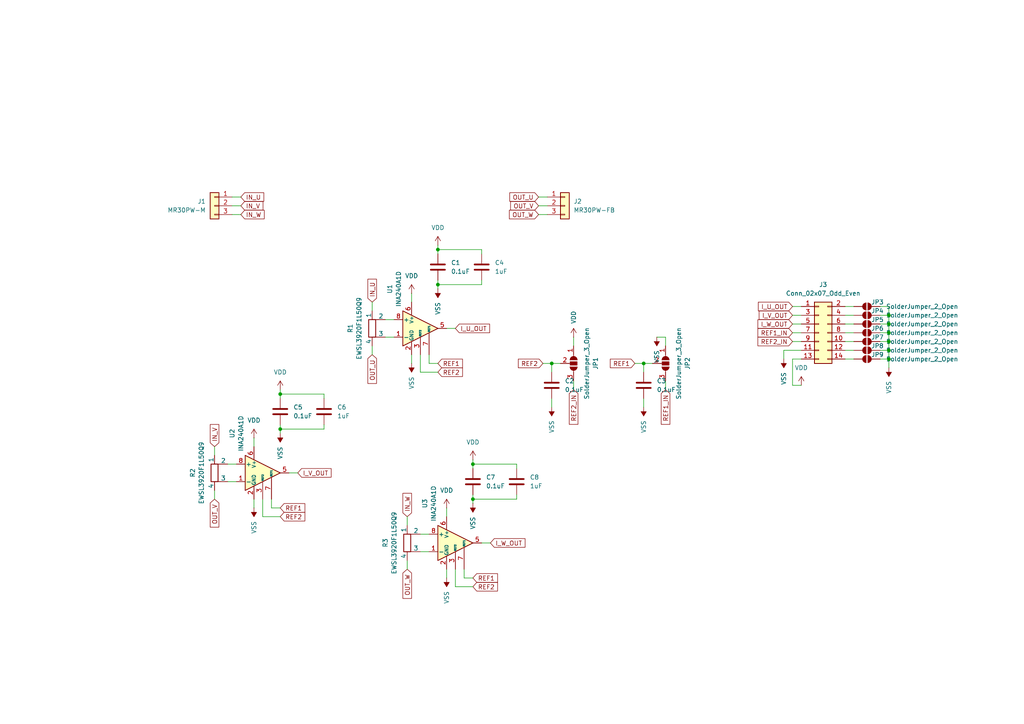
<source format=kicad_sch>
(kicad_sch (version 20231120) (generator "eeschema") (generator_version "8.0")
  (paper "A4")
  (lib_symbols
    (symbol "Amplifier_Current:INA240A1D" (pin_names (offset 0.127))
      (property "Reference" "U" (at 3.81 3.81 0))
      (property "Value" "INA240A1D" (at 3.81 -2.54 0))
      (symbol "INA240A1D_0_1"
        (polyline (pts (xy 5.08 0) (xy -5.08 5.08) (xy -5.08 -5.08) (xy 5.08 0)) (stroke (width 0.254)) (fill (type background)))
      )
      (symbol "INA240A1D_1_1"
        (pin input line (at -7.62 -2.54 0) (length 2.54) (name "-") (number "1"))
        (pin power_in line (at -2.54 -7.62 90) (length 3.81) (name "GND") (number "2"))
        (pin passive line (at 0 -7.62 90) (length 5.08) (name "REF2") (number "3"))
        (pin passive line (at -2.54 -7.62 90) (length 3.81) hide (name "GND") (number "4"))
        (pin output line (at 7.62 0 180) (length 2.54) (name "~") (number "5"))
        (pin power_in line (at -2.54 7.62 270) (length 3.81) (name "V+") (number "6"))
        (pin passive line (at 2.54 -7.62 90) (length 6.35) (name "REF1") (number "7"))
        (pin input line (at -7.62 2.54 0) (length 2.54) (name "+") (number "8"))
      )
    )
    (symbol "Connector_Generic:Conn_01x03" (pin_names (offset 1.016) hide)
      (property "Reference" "J" (at 0 5.08 0))
      (property "Value" "Conn_01x03" (at 0 -5.08 0))
      (symbol "Conn_01x03_1_1"
        (rectangle (start -1.27 -2.413) (end 0 -2.667) (stroke (width 0.1524)))
        (rectangle (start -1.27 0.127) (end 0 -0.127) (stroke (width 0.1524)))
        (rectangle (start -1.27 2.667) (end 0 2.413) (stroke (width 0.1524)))
        (rectangle (start -1.27 3.81) (end 1.27 -3.81) (stroke (width 0.254)) (fill (type background)))
        (pin passive line (at -5.08 2.54 0) (length 3.81) (name "Pin_1") (number "1"))
        (pin passive line (at -5.08 0 0) (length 3.81) (name "Pin_2") (number "2"))
        (pin passive line (at -5.08 -2.54 0) (length 3.81) (name "Pin_3") (number "3"))
      )
    )
    (symbol "Connector_Generic:Conn_02x07_Odd_Even" (pin_names (offset 1.016) hide)
      (property "Reference" "J" (at 1.27 10.16 0))
      (property "Value" "Conn_02x07_Odd_Even" (at 1.27 -10.16 0))
      (symbol "Conn_02x07_Odd_Even_1_1"
        (rectangle (start -1.27 -7.493) (end 0 -7.747) (stroke (width 0.1524)))
        (rectangle (start -1.27 -4.953) (end 0 -5.207) (stroke (width 0.1524)))
        (rectangle (start -1.27 -2.413) (end 0 -2.667) (stroke (width 0.1524)))
        (rectangle (start -1.27 0.127) (end 0 -0.127) (stroke (width 0.1524)))
        (rectangle (start -1.27 2.667) (end 0 2.413) (stroke (width 0.1524)))
        (rectangle (start -1.27 5.207) (end 0 4.953) (stroke (width 0.1524)))
        (rectangle (start -1.27 7.747) (end 0 7.493) (stroke (width 0.1524)))
        (rectangle (start -1.27 8.89) (end 3.81 -8.89) (stroke (width 0.254)) (fill (type background)))
        (rectangle (start 3.81 -7.493) (end 2.54 -7.747) (stroke (width 0.1524)))
        (rectangle (start 3.81 -4.953) (end 2.54 -5.207) (stroke (width 0.1524)))
        (rectangle (start 3.81 -2.413) (end 2.54 -2.667) (stroke (width 0.1524)))
        (rectangle (start 3.81 0.127) (end 2.54 -0.127) (stroke (width 0.1524)))
        (rectangle (start 3.81 2.667) (end 2.54 2.413) (stroke (width 0.1524)))
        (rectangle (start 3.81 5.207) (end 2.54 4.953) (stroke (width 0.1524)))
        (rectangle (start 3.81 7.747) (end 2.54 7.493) (stroke (width 0.1524)))
        (pin passive line (at -5.08 7.62 0) (length 3.81) (name "Pin_1") (number "1"))
        (pin passive line (at 7.62 -2.54 180) (length 3.81) (name "Pin_10") (number "10"))
        (pin passive line (at -5.08 -5.08 0) (length 3.81) (name "Pin_11") (number "11"))
        (pin passive line (at 7.62 -5.08 180) (length 3.81) (name "Pin_12") (number "12"))
        (pin passive line (at -5.08 -7.62 0) (length 3.81) (name "Pin_13") (number "13"))
        (pin passive line (at 7.62 -7.62 180) (length 3.81) (name "Pin_14") (number "14"))
        (pin passive line (at 7.62 7.62 180) (length 3.81) (name "Pin_2") (number "2"))
        (pin passive line (at -5.08 5.08 0) (length 3.81) (name "Pin_3") (number "3"))
        (pin passive line (at 7.62 5.08 180) (length 3.81) (name "Pin_4") (number "4"))
        (pin passive line (at -5.08 2.54 0) (length 3.81) (name "Pin_5") (number "5"))
        (pin passive line (at 7.62 2.54 180) (length 3.81) (name "Pin_6") (number "6"))
        (pin passive line (at -5.08 0 0) (length 3.81) (name "Pin_7") (number "7"))
        (pin passive line (at 7.62 0 180) (length 3.81) (name "Pin_8") (number "8"))
        (pin passive line (at -5.08 -2.54 0) (length 3.81) (name "Pin_9") (number "9"))
      )
    )
    (symbol "Device:C" (pin_numbers hide) (pin_names (offset 0.254))
      (property "Reference" "C" (at 0.635 2.54 0))
      (property "Value" "C" (at 0.635 -2.54 0))
      (symbol "C_0_1"
        (polyline (pts (xy -2.032 -0.762) (xy 2.032 -0.762)) (stroke (width 0.508)))
        (polyline (pts (xy -2.032 0.762) (xy 2.032 0.762)) (stroke (width 0.508)))
      )
      (symbol "C_1_1"
        (pin passive line (at 0 3.81 270) (length 2.794) (name "~") (number "1"))
        (pin passive line (at 0 -3.81 90) (length 2.794) (name "~") (number "2"))
      )
    )
    (symbol "Device:R_Shunt" (pin_numbers hide) (pin_names (offset 0))
      (property "Reference" "R" (at -4.445 0 90))
      (property "Value" "R_Shunt" (at -2.54 0 90))
      (symbol "R_Shunt_0_1"
        (rectangle (start -1.016 -2.54) (end 1.016 2.54) (stroke (width 0.254)))
        (polyline (pts (xy 0 -2.54) (xy 1.27 -2.54)))
        (polyline (pts (xy 1.27 2.54) (xy 0 2.54)))
      )
      (symbol "R_Shunt_1_1"
        (pin passive line (at 0 5.08 270) (length 2.54) (name "1") (number "1"))
        (pin passive line (at 3.81 2.54 180) (length 2.54) (name "2") (number "2"))
        (pin passive line (at 3.81 -2.54 180) (length 2.54) (name "3") (number "3"))
        (pin passive line (at 0 -5.08 90) (length 2.54) (name "4") (number "4"))
      )
    )
    (symbol "Jumper:SolderJumper_2_Open" (pin_numbers hide) (pin_names (offset 0) hide) (exclude_from_sim yes) (in_bom no)
      (property "Reference" "JP" (at 0 2.032 0))
      (property "Value" "SolderJumper_2_Open" (at 0 -2.54 0))
      (symbol "SolderJumper_2_Open_0_1"
        (arc (start -0.254 1.016) (mid -1.2656 0) (end -0.254 -1.016))
        (arc (start -0.254 1.016) (mid -1.2656 0) (end -0.254 -1.016) (fill (type outline)))
        (polyline (pts (xy -0.254 1.016) (xy -0.254 -1.016)))
        (polyline (pts (xy 0.254 1.016) (xy 0.254 -1.016)))
        (arc (start 0.254 -1.016) (mid 1.2656 0) (end 0.254 1.016))
        (arc (start 0.254 -1.016) (mid 1.2656 0) (end 0.254 1.016) (fill (type outline)))
      )
      (symbol "SolderJumper_2_Open_1_1"
        (pin passive line (at -3.81 0 0) (length 2.54) (name "A") (number "1"))
        (pin passive line (at 3.81 0 180) (length 2.54) (name "B") (number "2"))
      )
    )
    (symbol "Jumper:SolderJumper_3_Open" (pin_names (offset 0) hide) (exclude_from_sim yes) (in_bom no)
      (property "Reference" "JP" (at -2.54 -2.54 0))
      (property "Value" "SolderJumper_3_Open" (at 0 2.794 0))
      (symbol "SolderJumper_3_Open_0_1"
        (arc (start -1.016 1.016) (mid -2.0276 0) (end -1.016 -1.016))
        (arc (start -1.016 1.016) (mid -2.0276 0) (end -1.016 -1.016) (fill (type outline)))
        (rectangle (start -0.508 1.016) (end 0.508 -1.016) (fill (type outline)))
        (polyline (pts (xy -2.54 0) (xy -2.032 0)))
        (polyline (pts (xy -1.016 1.016) (xy -1.016 -1.016)))
        (polyline (pts (xy 0 -1.27) (xy 0 -1.016)))
        (polyline (pts (xy 1.016 1.016) (xy 1.016 -1.016)))
        (polyline (pts (xy 2.54 0) (xy 2.032 0)))
        (arc (start 1.016 -1.016) (mid 2.0276 0) (end 1.016 1.016))
        (arc (start 1.016 -1.016) (mid 2.0276 0) (end 1.016 1.016) (fill (type outline)))
      )
      (symbol "SolderJumper_3_Open_1_1"
        (pin passive line (at -5.08 0 0) (length 2.54) (name "A") (number "1"))
        (pin passive line (at 0 -3.81 90) (length 2.54) (name "C") (number "2"))
        (pin passive line (at 5.08 0 180) (length 2.54) (name "B") (number "3"))
      )
    )
    (symbol "power:VDD" (power) (pin_numbers hide) (pin_names (offset 0) hide)
      (property "Value" "VDD" (at 0 3.556 0))
      (symbol "VDD_0_1"
        (polyline (pts (xy -0.762 1.27) (xy 0 2.54)))
        (polyline (pts (xy 0 0) (xy 0 2.54)))
        (polyline (pts (xy 0 2.54) (xy 0.762 1.27)))
      )
      (symbol "VDD_1_1"
        (pin power_in line (at 0 0 90) (length 0) (name "~") (number "1"))
      )
    )
    (symbol "power:VSS" (power) (pin_numbers hide) (pin_names (offset 0) hide)
      (property "Value" "VSS" (at 0 3.556 0))
      (symbol "VSS_0_1"
        (polyline (pts (xy 0 0) (xy 0 2.54)))
        (polyline (pts (xy 0.762 1.27) (xy -0.762 1.27) (xy 0 2.54) (xy 0.762 1.27)) (fill (type outline)))
      )
      (symbol "VSS_1_1"
        (pin power_in line (at 0 0 90) (length 0) (name "~") (number "1"))
      )
    )
  )
  (junction (at 137.16 144.78))
  (junction (at 257.81 104.14))
  (junction (at 257.81 99.06))
  (junction (at 81.28 114.3))
  (junction (at 186.69 105.41))
  (junction (at 160.02 105.41))
  (junction (at 81.28 124.46))
  (junction (at 257.81 93.98))
  (junction (at 257.81 96.52))
  (junction (at 127 82.55))
  (junction (at 257.81 91.44))
  (junction (at 257.81 101.6))
  (junction (at 137.16 134.62))
  (junction (at 127 72.39))
  (wire (pts (xy 81.28 147.32) (xy 78.74 147.32)))
  (wire (pts (xy 255.27 91.44) (xy 257.81 91.44)))
  (wire (pts (xy 227.33 104.14) (xy 227.33 101.6)))
  (wire (pts (xy 81.28 123.19) (xy 81.28 124.46)))
  (wire (pts (xy 193.04 97.79) (xy 193.04 100.33)))
  (wire (pts (xy 166.37 110.49) (xy 166.37 113.03)))
  (wire (pts (xy 149.86 135.89) (xy 149.86 134.62)))
  (wire (pts (xy 245.11 101.6) (xy 247.65 101.6)))
  (wire (pts (xy 127 71.12) (xy 127 72.39)))
  (wire (pts (xy 229.87 91.44) (xy 232.41 91.44)))
  (wire (pts (xy 245.11 99.06) (xy 247.65 99.06)))
  (wire (pts (xy 229.87 104.14) (xy 229.87 111.76)))
  (wire (pts (xy 184.15 105.41) (xy 186.69 105.41)))
  (wire (pts (xy 232.41 104.14) (xy 229.87 104.14)))
  (wire (pts (xy 257.81 88.9) (xy 255.27 88.9)))
  (wire (pts (xy 137.16 133.35) (xy 137.16 134.62)))
  (wire (pts (xy 66.04 139.7) (xy 68.58 139.7)))
  (wire (pts (xy 127 82.55) (xy 127 83.82)))
  (wire (pts (xy 156.21 59.69) (xy 158.75 59.69)))
  (wire (pts (xy 149.86 144.78) (xy 137.16 144.78)))
  (wire (pts (xy 111.76 97.79) (xy 114.3 97.79)))
  (wire (pts (xy 76.2 149.86) (xy 81.28 149.86)))
  (wire (pts (xy 67.31 62.23) (xy 69.85 62.23)))
  (wire (pts (xy 139.7 157.48) (xy 142.24 157.48)))
  (wire (pts (xy 186.69 105.41) (xy 189.23 105.41)))
  (wire (pts (xy 245.11 91.44) (xy 247.65 91.44)))
  (wire (pts (xy 245.11 93.98) (xy 247.65 93.98)))
  (wire (pts (xy 119.38 102.87) (xy 119.38 105.41)))
  (wire (pts (xy 149.86 143.51) (xy 149.86 144.78)))
  (wire (pts (xy 119.38 85.09) (xy 119.38 87.63)))
  (wire (pts (xy 245.11 104.14) (xy 247.65 104.14)))
  (wire (pts (xy 149.86 134.62) (xy 137.16 134.62)))
  (wire (pts (xy 121.92 154.94) (xy 124.46 154.94)))
  (wire (pts (xy 76.2 144.78) (xy 76.2 149.86)))
  (wire (pts (xy 229.87 111.76) (xy 232.41 111.76)))
  (wire (pts (xy 81.28 113.03) (xy 81.28 114.3)))
  (wire (pts (xy 160.02 115.57) (xy 160.02 118.11)))
  (wire (pts (xy 156.21 57.15) (xy 158.75 57.15)))
  (wire (pts (xy 132.08 170.18) (xy 137.16 170.18)))
  (wire (pts (xy 93.98 124.46) (xy 81.28 124.46)))
  (wire (pts (xy 81.28 114.3) (xy 81.28 115.57)))
  (wire (pts (xy 157.48 105.41) (xy 160.02 105.41)))
  (wire (pts (xy 66.04 134.62) (xy 68.58 134.62)))
  (wire (pts (xy 137.16 134.62) (xy 137.16 135.89)))
  (wire (pts (xy 229.87 96.52) (xy 232.41 96.52)))
  (wire (pts (xy 255.27 99.06) (xy 257.81 99.06)))
  (wire (pts (xy 129.54 147.32) (xy 129.54 149.86)))
  (wire (pts (xy 121.92 107.95) (xy 127 107.95)))
  (wire (pts (xy 73.66 127) (xy 73.66 129.54)))
  (wire (pts (xy 62.23 142.24) (xy 62.23 144.78)))
  (wire (pts (xy 81.28 124.46) (xy 81.28 125.73)))
  (wire (pts (xy 121.92 160.02) (xy 124.46 160.02)))
  (wire (pts (xy 245.11 96.52) (xy 247.65 96.52)))
  (wire (pts (xy 67.31 57.15) (xy 69.85 57.15)))
  (wire (pts (xy 160.02 105.41) (xy 162.56 105.41)))
  (wire (pts (xy 257.81 96.52) (xy 257.81 93.98)))
  (wire (pts (xy 83.82 137.16) (xy 86.36 137.16)))
  (wire (pts (xy 245.11 88.9) (xy 247.65 88.9)))
  (wire (pts (xy 193.04 110.49) (xy 193.04 113.03)))
  (wire (pts (xy 257.81 93.98) (xy 257.81 91.44)))
  (wire (pts (xy 93.98 115.57) (xy 93.98 114.3)))
  (wire (pts (xy 257.81 99.06) (xy 257.81 96.52)))
  (wire (pts (xy 129.54 165.1) (xy 129.54 167.64)))
  (wire (pts (xy 255.27 104.14) (xy 257.81 104.14)))
  (wire (pts (xy 139.7 82.55) (xy 127 82.55)))
  (wire (pts (xy 137.16 144.78) (xy 137.16 146.05)))
  (wire (pts (xy 129.54 95.25) (xy 132.08 95.25)))
  (wire (pts (xy 118.11 162.56) (xy 118.11 165.1)))
  (wire (pts (xy 190.5 97.79) (xy 193.04 97.79)))
  (wire (pts (xy 257.81 104.14) (xy 257.81 101.6)))
  (wire (pts (xy 257.81 101.6) (xy 257.81 99.06)))
  (wire (pts (xy 124.46 105.41) (xy 124.46 102.87)))
  (wire (pts (xy 137.16 143.51) (xy 137.16 144.78)))
  (wire (pts (xy 118.11 149.86) (xy 118.11 152.4)))
  (wire (pts (xy 107.95 87.63) (xy 107.95 90.17)))
  (wire (pts (xy 257.81 91.44) (xy 257.81 88.9)))
  (wire (pts (xy 134.62 167.64) (xy 134.62 165.1)))
  (wire (pts (xy 137.16 167.64) (xy 134.62 167.64)))
  (wire (pts (xy 132.08 165.1) (xy 132.08 170.18)))
  (wire (pts (xy 166.37 97.79) (xy 166.37 100.33)))
  (wire (pts (xy 255.27 96.52) (xy 257.81 96.52)))
  (wire (pts (xy 229.87 99.06) (xy 232.41 99.06)))
  (wire (pts (xy 121.92 102.87) (xy 121.92 107.95)))
  (wire (pts (xy 227.33 101.6) (xy 232.41 101.6)))
  (wire (pts (xy 139.7 72.39) (xy 127 72.39)))
  (wire (pts (xy 139.7 73.66) (xy 139.7 72.39)))
  (wire (pts (xy 93.98 123.19) (xy 93.98 124.46)))
  (wire (pts (xy 255.27 101.6) (xy 257.81 101.6)))
  (wire (pts (xy 73.66 144.78) (xy 73.66 147.32)))
  (wire (pts (xy 93.98 114.3) (xy 81.28 114.3)))
  (wire (pts (xy 255.27 93.98) (xy 257.81 93.98)))
  (wire (pts (xy 229.87 93.98) (xy 232.41 93.98)))
  (wire (pts (xy 229.87 88.9) (xy 232.41 88.9)))
  (wire (pts (xy 156.21 62.23) (xy 158.75 62.23)))
  (wire (pts (xy 78.74 147.32) (xy 78.74 144.78)))
  (wire (pts (xy 127 72.39) (xy 127 73.66)))
  (wire (pts (xy 111.76 92.71) (xy 114.3 92.71)))
  (wire (pts (xy 127 105.41) (xy 124.46 105.41)))
  (wire (pts (xy 160.02 105.41) (xy 160.02 107.95)))
  (wire (pts (xy 186.69 105.41) (xy 186.69 107.95)))
  (wire (pts (xy 139.7 81.28) (xy 139.7 82.55)))
  (wire (pts (xy 127 81.28) (xy 127 82.55)))
  (wire (pts (xy 186.69 115.57) (xy 186.69 118.11)))
  (wire (pts (xy 257.81 106.68) (xy 257.81 104.14)))
  (wire (pts (xy 107.95 100.33) (xy 107.95 102.87)))
  (wire (pts (xy 62.23 129.54) (xy 62.23 132.08)))
  (wire (pts (xy 67.31 59.69) (xy 69.85 59.69)))
  (global_label "OUT_W" (shape input) (at 118.11 165.1 270) (property "Intersheetrefs" "${INTERSHEET_REFS}" (effects (hide yes))))
  (global_label "OUT_W" (shape input) (at 156.21 62.23 180) (property "Intersheetrefs" "${INTERSHEET_REFS}" (effects (hide yes))))
  (global_label "REF1_IN" (shape input) (at 193.04 113.03 270) (property "Intersheetrefs" "${INTERSHEET_REFS}" (effects (hide yes))))
  (global_label "OUT_U" (shape input) (at 156.21 57.15 180) (property "Intersheetrefs" "${INTERSHEET_REFS}" (effects (hide yes))))
  (global_label "IN_U" (shape input) (at 69.85 57.15 0) (property "Intersheetrefs" "${INTERSHEET_REFS}" (effects (hide yes))))
  (global_label "REF1" (shape input) (at 137.16 167.64 0) (property "Intersheetrefs" "${INTERSHEET_REFS}" (effects (hide yes))))
  (global_label "I_W_OUT" (shape input) (at 142.24 157.48 0) (property "Intersheetrefs" "${INTERSHEET_REFS}" (effects (hide yes))))
  (global_label "REF2" (shape input) (at 157.48 105.41 180) (property "Intersheetrefs" "${INTERSHEET_REFS}" (effects (hide yes))))
  (global_label "IN_V" (shape input) (at 62.23 129.54 90) (property "Intersheetrefs" "${INTERSHEET_REFS}" (effects (hide yes))))
  (global_label "REF1" (shape input) (at 127 105.41 0) (property "Intersheetrefs" "${INTERSHEET_REFS}" (effects (hide yes))))
  (global_label "I_U_OUT" (shape input) (at 132.08 95.25 0) (property "Intersheetrefs" "${INTERSHEET_REFS}" (effects (hide yes))))
  (global_label "REF2_IN" (shape input) (at 229.87 99.06 180) (property "Intersheetrefs" "${INTERSHEET_REFS}" (effects (hide yes))))
  (global_label "REF1_IN" (shape input) (at 229.87 96.52 180) (property "Intersheetrefs" "${INTERSHEET_REFS}" (effects (hide yes))))
  (global_label "REF1" (shape input) (at 81.28 147.32 0) (property "Intersheetrefs" "${INTERSHEET_REFS}" (effects (hide yes))))
  (global_label "OUT_V" (shape input) (at 62.23 144.78 270) (property "Intersheetrefs" "${INTERSHEET_REFS}" (effects (hide yes))))
  (global_label "IN_W" (shape input) (at 118.11 149.86 90) (property "Intersheetrefs" "${INTERSHEET_REFS}" (effects (hide yes))))
  (global_label "I_V_OUT" (shape input) (at 229.87 91.44 180) (property "Intersheetrefs" "${INTERSHEET_REFS}" (effects (hide yes))))
  (global_label "IN_W" (shape input) (at 69.85 62.23 0) (property "Intersheetrefs" "${INTERSHEET_REFS}" (effects (hide yes))))
  (global_label "IN_V" (shape input) (at 69.85 59.69 0) (property "Intersheetrefs" "${INTERSHEET_REFS}" (effects (hide yes))))
  (global_label "I_V_OUT" (shape input) (at 86.36 137.16 0) (property "Intersheetrefs" "${INTERSHEET_REFS}" (effects (hide yes))))
  (global_label "REF2_IN" (shape input) (at 166.37 113.03 270) (property "Intersheetrefs" "${INTERSHEET_REFS}" (effects (hide yes))))
  (global_label "I_U_OUT" (shape input) (at 229.87 88.9 180) (property "Intersheetrefs" "${INTERSHEET_REFS}" (effects (hide yes))))
  (global_label "REF2" (shape input) (at 137.16 170.18 0) (property "Intersheetrefs" "${INTERSHEET_REFS}" (effects (hide yes))))
  (global_label "OUT_U" (shape input) (at 107.95 102.87 270) (property "Intersheetrefs" "${INTERSHEET_REFS}" (effects (hide yes))))
  (global_label "I_W_OUT" (shape input) (at 229.87 93.98 180) (property "Intersheetrefs" "${INTERSHEET_REFS}" (effects (hide yes))))
  (global_label "REF1" (shape input) (at 184.15 105.41 180) (property "Intersheetrefs" "${INTERSHEET_REFS}" (effects (hide yes))))
  (global_label "IN_U" (shape input) (at 107.95 87.63 90) (property "Intersheetrefs" "${INTERSHEET_REFS}" (effects (hide yes))))
  (global_label "REF2" (shape input) (at 127 107.95 0) (property "Intersheetrefs" "${INTERSHEET_REFS}" (effects (hide yes))))
  (global_label "REF2" (shape input) (at 81.28 149.86 0) (property "Intersheetrefs" "${INTERSHEET_REFS}" (effects (hide yes))))
  (global_label "OUT_V" (shape input) (at 156.21 59.69 180) (property "Intersheetrefs" "${INTERSHEET_REFS}" (effects (hide yes))))
  (symbol (lib_id "power:VSS") (at 160.02 118.11 180) (unit 1)
    (property "Reference" "#PWR09" (effects (hide yes)))
    (property "Value" "VSS" (at 160.0201 121.92 90) (effects (justify left)))
    (property "Description" "Power symbol creates a global label with name \"VSS\"" (effects (hide yes)))
  )
  (symbol (lib_id "power:VDD") (at 81.28 113.03 0) (unit 1)
    (property "Reference" "#PWR014" (effects (hide yes)))
    (property "Value" "VDD" (at 81.28 107.95 0))
    (property "Description" "Power symbol creates a global label with name \"VDD\"" (effects (hide yes)))
  )
  (symbol (lib_id "power:VSS") (at 81.28 125.73 180) (unit 1)
    (property "Reference" "#PWR015" (effects (hide yes)))
    (property "Value" "VSS" (at 81.2801 129.54 90) (effects (justify left)))
    (property "Description" "Power symbol creates a global label with name \"VSS\"" (effects (hide yes)))
  )
  (symbol (lib_id "power:VSS") (at 137.16 146.05 180) (unit 1)
    (property "Reference" "#PWR019" (effects (hide yes)))
    (property "Value" "VSS" (at 137.1601 149.86 90) (effects (justify left)))
    (property "Description" "Power symbol creates a global label with name \"VSS\"" (effects (hide yes)))
  )
  (symbol (lib_id "Jumper:SolderJumper_2_Open") (at 251.46 88.9 0) (unit 1) (exclude_from_sim yes) (in_bom no)
    (property "Reference" "JP3" (at 254.508 87.63 0))
    (property "Value" "SolderJumper_2_Open" (at 267.462 88.9 0))
    (property "Footprint" "Jumper:SolderJumper-2_P1.3mm_Open_RoundedPad1.0x1.5mm" (effects (hide yes)))
    (property "Description" "Solder Jumper, 2-pole, open" (effects (hide yes)))
  )
  (symbol (lib_id "Device:C") (at 81.28 119.38 0) (unit 1)
    (property "Reference" "C5" (at 85.09 118.1099 0) (effects (justify left)))
    (property "Value" "0.1uF" (at 85.09 120.6499 0) (effects (justify left)))
    (property "Description" "Unpolarized capacitor" (effects (hide yes)))
  )
  (symbol (lib_id "Device:C") (at 137.16 139.7 0) (unit 1)
    (property "Reference" "C7" (at 140.97 138.4299 0) (effects (justify left)))
    (property "Value" "0.1uF" (at 140.97 140.9699 0) (effects (justify left)))
    (property "Description" "Unpolarized capacitor" (effects (hide yes)))
  )
  (symbol (lib_id "Device:C") (at 93.98 119.38 0) (unit 1)
    (property "Reference" "C6" (at 97.79 118.1099 0) (effects (justify left)))
    (property "Value" "1uF" (at 97.79 120.6499 0) (effects (justify left)))
    (property "Description" "Unpolarized capacitor" (effects (hide yes)))
  )
  (symbol (lib_id "power:VSS") (at 186.69 118.11 180) (unit 1)
    (property "Reference" "#PWR011" (effects (hide yes)))
    (property "Value" "VSS" (at 186.6901 121.92 90) (effects (justify left)))
    (property "Description" "Power symbol creates a global label with name \"VSS\"" (effects (hide yes)))
  )
  (symbol (lib_id "Device:C") (at 139.7 77.47 0) (unit 1)
    (property "Reference" "C4" (at 143.51 76.1999 0) (effects (justify left)))
    (property "Value" "1uF" (at 143.51 78.7399 0) (effects (justify left)))
    (property "Description" "Unpolarized capacitor" (effects (hide yes)))
  )
  (symbol (lib_id "Amplifier_Current:INA240A1D") (at 121.92 95.25 0) (unit 1)
    (property "Reference" "U1" (at 113.0614 83.82 90))
    (property "Value" "INA240A1D" (at 115.6014 83.82 90))
    (property "Footprint" "Package_SO:SOIC-8_3.9x4.9mm_P1.27mm" (effects (hide yes)))
    (property "Datasheet" "http://www.ti.com/lit/ds/symlink/ina240.pdf" (effects (hide yes)))
    (property "Description" "High- and Low-Side, Bidirectional, Zero-Drift, Current-Sense Amplifier With Enhanced PWM Rejection, 20V/V, SOIC-8" (effects (hide yes)))
  )
  (symbol (lib_id "Connector_Generic:Conn_02x07_Odd_Even") (at 237.49 96.52 0) (unit 1)
    (property "Reference" "J3" (at 238.76 82.55 0))
    (property "Value" "Conn_02x07_Odd_Even" (at 238.76 85.09 0))
    (property "Footprint" "Connector_PinHeader_2.54mm:PinHeader_2x07_P2.54mm_Horizontal" (effects (hide yes)))
    (property "Description" "Generic connector, double row, 02x07, odd/even pin numbering scheme (row 1 odd numbers, row 2 even numbers), script generated (kicad-library-utils/schlib/autogen/connector/)" (effects (hide yes)))
  )
  (symbol (lib_id "power:VDD") (at 137.16 133.35 0) (unit 1)
    (property "Reference" "#PWR018" (effects (hide yes)))
    (property "Value" "VDD" (at 137.16 128.27 0))
    (property "Description" "Power symbol creates a global label with name \"VDD\"" (effects (hide yes)))
  )
  (symbol (lib_id "Device:C") (at 160.02 111.76 0) (unit 1)
    (property "Reference" "C2" (at 163.83 110.4899 0) (effects (justify left)))
    (property "Value" "0.1uF" (at 163.83 113.0299 0) (effects (justify left)))
    (property "Description" "Unpolarized capacitor" (effects (hide yes)))
  )
  (symbol (lib_id "Jumper:SolderJumper_2_Open") (at 251.46 96.52 0) (unit 1) (exclude_from_sim yes) (in_bom no)
    (property "Reference" "JP6" (at 254.508 95.25 0))
    (property "Value" "SolderJumper_2_Open" (at 267.462 96.52 0))
    (property "Footprint" "Jumper:SolderJumper-2_P1.3mm_Open_RoundedPad1.0x1.5mm" (effects (hide yes)))
    (property "Description" "Solder Jumper, 2-pole, open" (effects (hide yes)))
  )
  (symbol (lib_id "Jumper:SolderJumper_3_Open") (at 166.37 105.41 270) (unit 1) (exclude_from_sim yes) (in_bom no)
    (property "Reference" "JP1" (at 172.72 105.41 0))
    (property "Value" "SolderJumper_3_Open" (at 170.18 105.41 0))
    (property "Footprint" "Jumper:SolderJumper-3_P1.3mm_Open_RoundedPad1.0x1.5mm" (effects (hide yes)))
    (property "Description" "Solder Jumper, 3-pole, open" (effects (hide yes)))
  )
  (symbol (lib_id "power:VDD") (at 232.41 111.76 0) (unit 1)
    (property "Reference" "#PWR08" (effects (hide yes)))
    (property "Value" "VDD" (at 232.41 106.68 0))
    (property "Description" "Power symbol creates a global label with name \"VDD\"" (effects (hide yes)))
  )
  (symbol (lib_id "Jumper:SolderJumper_3_Open") (at 193.04 105.41 270) (unit 1) (exclude_from_sim yes) (in_bom no)
    (property "Reference" "JP2" (at 199.39 105.41 0))
    (property "Value" "SolderJumper_3_Open" (at 196.85 105.41 0))
    (property "Footprint" "Jumper:SolderJumper-3_P1.3mm_Open_RoundedPad1.0x1.5mm" (effects (hide yes)))
    (property "Description" "Solder Jumper, 3-pole, open" (effects (hide yes)))
  )
  (symbol (lib_id "power:VSS") (at 73.66 147.32 180) (unit 1)
    (property "Reference" "#PWR013" (effects (hide yes)))
    (property "Value" "VSS" (at 73.6601 151.13 90) (effects (justify left)))
    (property "Description" "Power symbol creates a global label with name \"VSS\"" (effects (hide yes)))
  )
  (symbol (lib_id "power:VSS") (at 257.81 106.68 180) (unit 1)
    (property "Reference" "#PWR02" (effects (hide yes)))
    (property "Value" "VSS" (at 257.8101 110.49 90) (effects (justify left)))
    (property "Description" "Power symbol creates a global label with name \"VSS\"" (effects (hide yes)))
  )
  (symbol (lib_id "Jumper:SolderJumper_2_Open") (at 251.46 101.6 0) (unit 1) (exclude_from_sim yes) (in_bom no)
    (property "Reference" "JP8" (at 254.508 100.33 0))
    (property "Value" "SolderJumper_2_Open" (at 267.462 101.6 0))
    (property "Footprint" "Jumper:SolderJumper-2_P1.3mm_Open_RoundedPad1.0x1.5mm" (effects (hide yes)))
    (property "Description" "Solder Jumper, 2-pole, open" (effects (hide yes)))
  )
  (symbol (lib_id "Device:R_Shunt") (at 107.95 95.25 0) (unit 1)
    (property "Reference" "R1" (at 101.6 95.25 90))
    (property "Value" "EWSL3920F1L50Q9" (at 104.14 95.25 90))
    (property "Footprint" "Custom_Shunt_Resistor_Footprint_Library:R_Shunt_3920_10052Metric" (effects (hide yes)))
    (property "Datasheet" "https://www.lcsc.com/datasheet/lcsc_datasheet_2402010430_RESI-EWSL3920F1L50Q9_C7494417.pdf" (effects (hide yes)))
    (property "Description" "Shunt resistor,1.5mΩ, 5W, ±50ppm/℃ ±1% 3920" (effects (hide yes)))
  )
  (symbol (lib_id "Amplifier_Current:INA240A1D") (at 132.08 157.48 0) (unit 1)
    (property "Reference" "U3" (at 123.2214 146.05 90))
    (property "Value" "INA240A1D" (at 125.7614 146.05 90))
    (property "Footprint" "Package_SO:SOIC-8_3.9x4.9mm_P1.27mm" (effects (hide yes)))
    (property "Datasheet" "http://www.ti.com/lit/ds/symlink/ina240.pdf" (effects (hide yes)))
    (property "Description" "High- and Low-Side, Bidirectional, Zero-Drift, Current-Sense Amplifier With Enhanced PWM Rejection, 20V/V, SOIC-8" (effects (hide yes)))
  )
  (symbol (lib_id "power:VSS") (at 119.38 105.41 180) (unit 1)
    (property "Reference" "#PWR03" (effects (hide yes)))
    (property "Value" "VSS" (at 119.3801 109.22 90) (effects (justify left)))
    (property "Description" "Power symbol creates a global label with name \"VSS\"" (effects (hide yes)))
  )
  (symbol (lib_id "Jumper:SolderJumper_2_Open") (at 251.46 91.44 0) (unit 1) (exclude_from_sim yes) (in_bom no)
    (property "Reference" "JP4" (at 254.508 90.17 0))
    (property "Value" "SolderJumper_2_Open" (at 267.462 91.44 0))
    (property "Footprint" "Jumper:SolderJumper-2_P1.3mm_Open_RoundedPad1.0x1.5mm" (effects (hide yes)))
    (property "Description" "Solder Jumper, 2-pole, open" (effects (hide yes)))
  )
  (symbol (lib_id "power:VDD") (at 129.54 147.32 0) (unit 1)
    (property "Reference" "#PWR016" (effects (hide yes)))
    (property "Value" "VDD" (at 129.54 142.24 0))
    (property "Description" "Power symbol creates a global label with name \"VDD\"" (effects (hide yes)))
  )
  (symbol (lib_id "power:VDD") (at 73.66 127 0) (unit 1)
    (property "Reference" "#PWR010" (effects (hide yes)))
    (property "Value" "VDD" (at 73.66 121.92 0))
    (property "Description" "Power symbol creates a global label with name \"VDD\"" (effects (hide yes)))
  )
  (symbol (lib_id "power:VSS") (at 127 83.82 180) (unit 1)
    (property "Reference" "#PWR06" (effects (hide yes)))
    (property "Value" "VSS" (at 127.0001 87.63 90) (effects (justify left)))
    (property "Description" "Power symbol creates a global label with name \"VSS\"" (effects (hide yes)))
  )
  (symbol (lib_id "Device:R_Shunt") (at 118.11 157.48 0) (unit 1)
    (property "Reference" "R3" (at 111.76 157.48 90))
    (property "Value" "EWSL3920F1L50Q9" (at 114.3 157.48 90))
    (property "Footprint" "Custom_Shunt_Resistor_Footprint_Library:R_Shunt_3920_10052Metric" (effects (hide yes)))
    (property "Datasheet" "https://www.lcsc.com/datasheet/lcsc_datasheet_2402010430_RESI-EWSL3920F1L50Q9_C7494417.pdf" (effects (hide yes)))
    (property "Description" "Shunt resistor,1.5mΩ, 5W, ±50ppm/℃ ±1% 3920" (effects (hide yes)))
  )
  (symbol (lib_id "Jumper:SolderJumper_2_Open") (at 251.46 104.14 0) (unit 1) (exclude_from_sim yes) (in_bom no)
    (property "Reference" "JP9" (at 254.508 102.87 0))
    (property "Value" "SolderJumper_2_Open" (at 267.462 104.14 0))
    (property "Footprint" "Jumper:SolderJumper-2_P1.3mm_Open_RoundedPad1.0x1.5mm" (effects (hide yes)))
    (property "Description" "Solder Jumper, 2-pole, open" (effects (hide yes)))
  )
  (symbol (lib_id "power:VDD") (at 166.37 97.79 0) (unit 1)
    (property "Reference" "#PWR07" (effects (hide yes)))
    (property "Value" "VDD" (at 166.3701 93.98 90) (effects (justify left)))
    (property "Description" "Power symbol creates a global label with name \"VDD\"" (effects (hide yes)))
  )
  (symbol (lib_id "power:VSS") (at 129.54 167.64 180) (unit 1)
    (property "Reference" "#PWR017" (effects (hide yes)))
    (property "Value" "VSS" (at 129.5401 171.45 90) (effects (justify left)))
    (property "Description" "Power symbol creates a global label with name \"VSS\"" (effects (hide yes)))
  )
  (symbol (lib_id "Amplifier_Current:INA240A1D") (at 76.2 137.16 0) (unit 1)
    (property "Reference" "U2" (at 67.3414 125.73 90))
    (property "Value" "INA240A1D" (at 69.8814 125.73 90))
    (property "Footprint" "Package_SO:SOIC-8_3.9x4.9mm_P1.27mm" (effects (hide yes)))
    (property "Datasheet" "http://www.ti.com/lit/ds/symlink/ina240.pdf" (effects (hide yes)))
    (property "Description" "High- and Low-Side, Bidirectional, Zero-Drift, Current-Sense Amplifier With Enhanced PWM Rejection, 20V/V, SOIC-8" (effects (hide yes)))
  )
  (symbol (lib_id "power:VSS") (at 190.5 97.79 180) (unit 1)
    (property "Reference" "#PWR012" (effects (hide yes)))
    (property "Value" "VSS" (at 190.5001 101.6 90) (effects (justify left)))
    (property "Description" "Power symbol creates a global label with name \"VSS\"" (effects (hide yes)))
  )
  (symbol (lib_id "Connector_Generic:Conn_01x03") (at 163.83 59.69 0) (unit 1)
    (property "Reference" "J2" (at 166.37 58.4199 0) (effects (justify left)))
    (property "Value" "MR30PW-FB" (at 166.37 60.9599 0) (effects (justify left)))
    (property "Footprint" "Connector_AMASS:AMASS_MR30PW-FB_1x03_P3.50mm_Horizontal" (effects (hide yes)))
    (property "Datasheet" "https://www.tme.eu/Document/4a6895c4a2c7eddf355b391fd904cb53/MR30PW-FB.pdf" (effects (hide yes)))
    (property "Description" "Generic connector, single row, 01x03, script generated (kicad-library-utils/schlib/autogen/connector/)" (effects (hide yes)))
  )
  (symbol (lib_id "Device:R_Shunt") (at 62.23 137.16 0) (unit 1)
    (property "Reference" "R2" (at 55.88 137.16 90))
    (property "Value" "EWSL3920F1L50Q9" (at 58.42 137.16 90))
    (property "Footprint" "Custom_Shunt_Resistor_Footprint_Library:R_Shunt_3920_10052Metric" (effects (hide yes)))
    (property "Datasheet" "https://www.lcsc.com/datasheet/lcsc_datasheet_2402010430_RESI-EWSL3920F1L50Q9_C7494417.pdf" (effects (hide yes)))
    (property "Description" "Shunt resistor,1.5mΩ, 5W, ±50ppm/℃ ±1% 3920" (effects (hide yes)))
  )
  (symbol (lib_id "power:VDD") (at 127 71.12 0) (unit 1)
    (property "Reference" "#PWR05" (effects (hide yes)))
    (property "Value" "VDD" (at 127 66.04 0))
    (property "Description" "Power symbol creates a global label with name \"VDD\"" (effects (hide yes)))
  )
  (symbol (lib_id "Connector_Generic:Conn_01x03") (at 62.23 59.69 0) (mirror y) (unit 1)
    (property "Reference" "J1" (at 59.69 58.4199 0) (effects (justify left)))
    (property "Value" "MR30PW-M" (at 59.69 60.9599 0) (effects (justify left)))
    (property "Footprint" "Connector_AMASS:AMASS_MR30PW-M_1x03_P3.50mm_Horizontal" (effects (hide yes)))
    (property "Datasheet" "https://www.tme.eu/Document/5fffb0d591c3b83b8e9faab5387231c6/MR30PW-M.pdf" (effects (hide yes)))
    (property "Description" "Generic connector, single row, 01x03, script generated (kicad-library-utils/schlib/autogen/connector/)" (effects (hide yes)))
  )
  (symbol (lib_id "Device:C") (at 186.69 111.76 0) (unit 1)
    (property "Reference" "C3" (at 190.5 110.4899 0) (effects (justify left)))
    (property "Value" "0.1uF" (at 190.5 113.0299 0) (effects (justify left)))
    (property "Description" "Unpolarized capacitor" (effects (hide yes)))
  )
  (symbol (lib_id "power:VSS") (at 227.33 104.14 180) (unit 1)
    (property "Reference" "#PWR04" (effects (hide yes)))
    (property "Value" "VSS" (at 227.3301 107.95 90) (effects (justify left)))
    (property "Description" "Power symbol creates a global label with name \"VSS\"" (effects (hide yes)))
  )
  (symbol (lib_id "Device:C") (at 127 77.47 0) (unit 1)
    (property "Reference" "C1" (at 130.81 76.1999 0) (effects (justify left)))
    (property "Value" "0.1uF" (at 130.81 78.7399 0) (effects (justify left)))
    (property "Description" "Unpolarized capacitor" (effects (hide yes)))
  )
  (symbol (lib_id "Jumper:SolderJumper_2_Open") (at 251.46 99.06 0) (unit 1) (exclude_from_sim yes) (in_bom no)
    (property "Reference" "JP7" (at 254.508 97.79 0))
    (property "Value" "SolderJumper_2_Open" (at 267.462 99.06 0))
    (property "Footprint" "Jumper:SolderJumper-2_P1.3mm_Open_RoundedPad1.0x1.5mm" (effects (hide yes)))
    (property "Description" "Solder Jumper, 2-pole, open" (effects (hide yes)))
  )
  (symbol (lib_id "Jumper:SolderJumper_2_Open") (at 251.46 93.98 0) (unit 1) (exclude_from_sim yes) (in_bom no)
    (property "Reference" "JP5" (at 254.508 92.71 0))
    (property "Value" "SolderJumper_2_Open" (at 267.462 93.98 0))
    (property "Footprint" "Jumper:SolderJumper-2_P1.3mm_Open_RoundedPad1.0x1.5mm" (effects (hide yes)))
    (property "Description" "Solder Jumper, 2-pole, open" (effects (hide yes)))
  )
  (symbol (lib_id "Device:C") (at 149.86 139.7 0) (unit 1)
    (property "Reference" "C8" (at 153.67 138.4299 0) (effects (justify left)))
    (property "Value" "1uF" (at 153.67 140.9699 0) (effects (justify left)))
    (property "Description" "Unpolarized capacitor" (effects (hide yes)))
  )
  (symbol (lib_id "power:VDD") (at 119.38 85.09 0) (unit 1)
    (property "Reference" "#PWR01" (effects (hide yes)))
    (property "Value" "VDD" (at 119.38 80.01 0))
    (property "Description" "Power symbol creates a global label with name \"VDD\"" (effects (hide yes)))
  )
)
</source>
